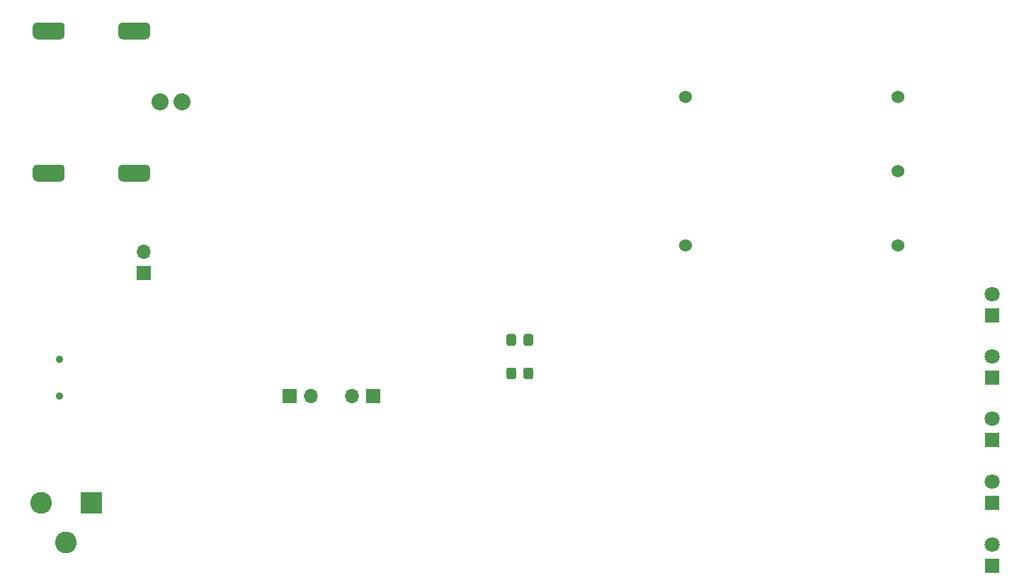
<source format=gbr>
%TF.GenerationSoftware,KiCad,Pcbnew,(5.1.9)-1*%
%TF.CreationDate,2021-10-22T11:21:13-05:00*%
%TF.ProjectId,simple-gpsdo,73696d70-6c65-42d6-9770-73646f2e6b69,C*%
%TF.SameCoordinates,Original*%
%TF.FileFunction,Soldermask,Bot*%
%TF.FilePolarity,Negative*%
%FSLAX46Y46*%
G04 Gerber Fmt 4.6, Leading zero omitted, Abs format (unit mm)*
G04 Created by KiCad (PCBNEW (5.1.9)-1) date 2021-10-22 11:21:13*
%MOMM*%
%LPD*%
G01*
G04 APERTURE LIST*
%ADD10C,1.524000*%
%ADD11R,2.600000X2.600000*%
%ADD12C,2.600000*%
%ADD13C,2.032000*%
%ADD14R,1.700000X1.700000*%
%ADD15O,1.700000X1.700000*%
%ADD16C,1.800000*%
%ADD17R,1.800000X1.800000*%
%ADD18C,0.900000*%
G04 APERTURE END LIST*
D10*
%TO.C,Y2*%
X180200000Y-106640000D03*
X180200000Y-97750000D03*
X180200000Y-88860000D03*
X154800000Y-88860000D03*
X154800000Y-106640000D03*
%TD*%
%TO.C,C4*%
G36*
G01*
X136600000Y-121549999D02*
X136600000Y-122450001D01*
G75*
G02*
X136350001Y-122700000I-249999J0D01*
G01*
X135699999Y-122700000D01*
G75*
G02*
X135450000Y-122450001I0J249999D01*
G01*
X135450000Y-121549999D01*
G75*
G02*
X135699999Y-121300000I249999J0D01*
G01*
X136350001Y-121300000D01*
G75*
G02*
X136600000Y-121549999I0J-249999D01*
G01*
G37*
G36*
G01*
X134550000Y-121549999D02*
X134550000Y-122450001D01*
G75*
G02*
X134300001Y-122700000I-249999J0D01*
G01*
X133649999Y-122700000D01*
G75*
G02*
X133400000Y-122450001I0J249999D01*
G01*
X133400000Y-121549999D01*
G75*
G02*
X133649999Y-121300000I249999J0D01*
G01*
X134300001Y-121300000D01*
G75*
G02*
X134550000Y-121549999I0J-249999D01*
G01*
G37*
%TD*%
%TO.C,C6*%
G36*
G01*
X135450000Y-118450001D02*
X135450000Y-117549999D01*
G75*
G02*
X135699999Y-117300000I249999J0D01*
G01*
X136350001Y-117300000D01*
G75*
G02*
X136600000Y-117549999I0J-249999D01*
G01*
X136600000Y-118450001D01*
G75*
G02*
X136350001Y-118700000I-249999J0D01*
G01*
X135699999Y-118700000D01*
G75*
G02*
X135450000Y-118450001I0J249999D01*
G01*
G37*
G36*
G01*
X133400000Y-118450001D02*
X133400000Y-117549999D01*
G75*
G02*
X133649999Y-117300000I249999J0D01*
G01*
X134300001Y-117300000D01*
G75*
G02*
X134550000Y-117549999I0J-249999D01*
G01*
X134550000Y-118450001D01*
G75*
G02*
X134300001Y-118700000I-249999J0D01*
G01*
X133649999Y-118700000D01*
G75*
G02*
X133400000Y-118450001I0J249999D01*
G01*
G37*
%TD*%
D11*
%TO.C,J2*%
X83750000Y-137500000D03*
D12*
X77750000Y-137500000D03*
X80750000Y-142200000D03*
%TD*%
D13*
%TO.C,J8*%
X92000000Y-89500000D03*
X94590800Y-89500000D03*
G36*
G01*
X87504200Y-96993000D02*
X90298200Y-96993000D01*
G75*
G02*
X90806200Y-97501000I0J-508000D01*
G01*
X90806200Y-98517000D01*
G75*
G02*
X90298200Y-99025000I-508000J0D01*
G01*
X87504200Y-99025000D01*
G75*
G02*
X86996200Y-98517000I0J508000D01*
G01*
X86996200Y-97501000D01*
G75*
G02*
X87504200Y-96993000I508000J0D01*
G01*
G37*
G36*
G01*
X87504200Y-79975000D02*
X90298200Y-79975000D01*
G75*
G02*
X90806200Y-80483000I0J-508000D01*
G01*
X90806200Y-81499000D01*
G75*
G02*
X90298200Y-82007000I-508000J0D01*
G01*
X87504200Y-82007000D01*
G75*
G02*
X86996200Y-81499000I0J508000D01*
G01*
X86996200Y-80483000D01*
G75*
G02*
X87504200Y-79975000I508000J0D01*
G01*
G37*
G36*
G01*
X77293400Y-96993000D02*
X80087400Y-96993000D01*
G75*
G02*
X80595400Y-97501000I0J-508000D01*
G01*
X80595400Y-98517000D01*
G75*
G02*
X80087400Y-99025000I-508000J0D01*
G01*
X77293400Y-99025000D01*
G75*
G02*
X76785400Y-98517000I0J508000D01*
G01*
X76785400Y-97501000D01*
G75*
G02*
X77293400Y-96993000I508000J0D01*
G01*
G37*
G36*
G01*
X77293400Y-79975000D02*
X80087400Y-79975000D01*
G75*
G02*
X80595400Y-80483000I0J-508000D01*
G01*
X80595400Y-81499000D01*
G75*
G02*
X80087400Y-82007000I-508000J0D01*
G01*
X77293400Y-82007000D01*
G75*
G02*
X76785400Y-81499000I0J508000D01*
G01*
X76785400Y-80483000D01*
G75*
G02*
X77293400Y-79975000I508000J0D01*
G01*
G37*
%TD*%
D14*
%TO.C,JP2*%
X117500000Y-124750000D03*
D15*
X114960000Y-124750000D03*
%TD*%
D14*
%TO.C,J1*%
X90000000Y-110000000D03*
D15*
X90000000Y-107460000D03*
%TD*%
D16*
%TO.C,D2*%
X191500000Y-134960000D03*
D17*
X191500000Y-137500000D03*
%TD*%
%TO.C,D3*%
X191500000Y-122500000D03*
D16*
X191500000Y-119960000D03*
%TD*%
%TO.C,D4*%
X191500000Y-142460000D03*
D17*
X191500000Y-145000000D03*
%TD*%
%TO.C,D5*%
X191500000Y-130000000D03*
D16*
X191500000Y-127460000D03*
%TD*%
D18*
%TO.C,J6*%
X80000000Y-120300000D03*
X80000000Y-124700000D03*
%TD*%
D14*
%TO.C,SW1*%
X107500000Y-124750000D03*
D15*
X110040000Y-124750000D03*
%TD*%
D17*
%TO.C,D6*%
X191500000Y-115040000D03*
D16*
X191500000Y-112500000D03*
%TD*%
M02*

</source>
